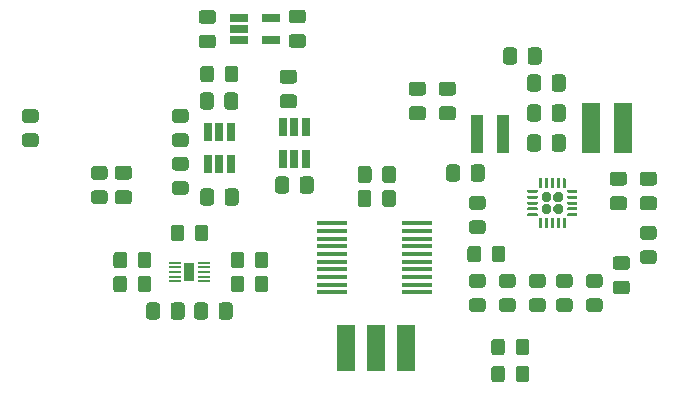
<source format=gbp>
G04 #@! TF.GenerationSoftware,KiCad,Pcbnew,(5.1.6)-1*
G04 #@! TF.CreationDate,2020-12-08T10:00:41+01:00*
G04 #@! TF.ProjectId,Power_module_v1,506f7765-725f-46d6-9f64-756c655f7631,rev?*
G04 #@! TF.SameCoordinates,Original*
G04 #@! TF.FileFunction,Paste,Bot*
G04 #@! TF.FilePolarity,Positive*
%FSLAX46Y46*%
G04 Gerber Fmt 4.6, Leading zero omitted, Abs format (unit mm)*
G04 Created by KiCad (PCBNEW (5.1.6)-1) date 2020-12-08 10:00:41*
%MOMM*%
%LPD*%
G01*
G04 APERTURE LIST*
%ADD10R,1.000000X0.200000*%
%ADD11R,0.900000X1.500000*%
%ADD12R,1.600000X4.300000*%
%ADD13R,1.000000X3.200000*%
%ADD14R,0.650000X1.560000*%
%ADD15R,1.560000X0.650000*%
%ADD16R,2.500000X0.450000*%
%ADD17R,1.524000X4.000000*%
G04 APERTURE END LIST*
G36*
G01*
X107139000Y-92652001D02*
X107139000Y-91751999D01*
G75*
G02*
X107388999Y-91502000I249999J0D01*
G01*
X108039001Y-91502000D01*
G75*
G02*
X108289000Y-91751999I0J-249999D01*
G01*
X108289000Y-92652001D01*
G75*
G02*
X108039001Y-92902000I-249999J0D01*
G01*
X107388999Y-92902000D01*
G75*
G02*
X107139000Y-92652001I0J249999D01*
G01*
G37*
G36*
G01*
X105089000Y-92652001D02*
X105089000Y-91751999D01*
G75*
G02*
X105338999Y-91502000I249999J0D01*
G01*
X105989001Y-91502000D01*
G75*
G02*
X106239000Y-91751999I0J-249999D01*
G01*
X106239000Y-92652001D01*
G75*
G02*
X105989001Y-92902000I-249999J0D01*
G01*
X105338999Y-92902000D01*
G75*
G02*
X105089000Y-92652001I0J249999D01*
G01*
G37*
G36*
G01*
X112219000Y-94938001D02*
X112219000Y-94037999D01*
G75*
G02*
X112468999Y-93788000I249999J0D01*
G01*
X113119001Y-93788000D01*
G75*
G02*
X113369000Y-94037999I0J-249999D01*
G01*
X113369000Y-94938001D01*
G75*
G02*
X113119001Y-95188000I-249999J0D01*
G01*
X112468999Y-95188000D01*
G75*
G02*
X112219000Y-94938001I0J249999D01*
G01*
G37*
G36*
G01*
X110169000Y-94938001D02*
X110169000Y-94037999D01*
G75*
G02*
X110418999Y-93788000I249999J0D01*
G01*
X111069001Y-93788000D01*
G75*
G02*
X111319000Y-94037999I0J-249999D01*
G01*
X111319000Y-94938001D01*
G75*
G02*
X111069001Y-95188000I-249999J0D01*
G01*
X110418999Y-95188000D01*
G75*
G02*
X110169000Y-94938001I0J249999D01*
G01*
G37*
G36*
G01*
X136456000Y-81567000D02*
X136456000Y-82517000D01*
G75*
G02*
X136206000Y-82767000I-250000J0D01*
G01*
X135531000Y-82767000D01*
G75*
G02*
X135281000Y-82517000I0J250000D01*
G01*
X135281000Y-81567000D01*
G75*
G02*
X135531000Y-81317000I250000J0D01*
G01*
X136206000Y-81317000D01*
G75*
G02*
X136456000Y-81567000I0J-250000D01*
G01*
G37*
G36*
G01*
X138531000Y-81567000D02*
X138531000Y-82517000D01*
G75*
G02*
X138281000Y-82767000I-250000J0D01*
G01*
X137606000Y-82767000D01*
G75*
G02*
X137356000Y-82517000I0J250000D01*
G01*
X137356000Y-81567000D01*
G75*
G02*
X137606000Y-81317000I250000J0D01*
G01*
X138281000Y-81317000D01*
G75*
G02*
X138531000Y-81567000I0J-250000D01*
G01*
G37*
G36*
G01*
X142781000Y-96229500D02*
X143731000Y-96229500D01*
G75*
G02*
X143981000Y-96479500I0J-250000D01*
G01*
X143981000Y-97154500D01*
G75*
G02*
X143731000Y-97404500I-250000J0D01*
G01*
X142781000Y-97404500D01*
G75*
G02*
X142531000Y-97154500I0J250000D01*
G01*
X142531000Y-96479500D01*
G75*
G02*
X142781000Y-96229500I250000J0D01*
G01*
G37*
G36*
G01*
X142781000Y-94154500D02*
X143731000Y-94154500D01*
G75*
G02*
X143981000Y-94404500I0J-250000D01*
G01*
X143981000Y-95079500D01*
G75*
G02*
X143731000Y-95329500I-250000J0D01*
G01*
X142781000Y-95329500D01*
G75*
G02*
X142531000Y-95079500I0J250000D01*
G01*
X142531000Y-94404500D01*
G75*
G02*
X142781000Y-94154500I250000J0D01*
G01*
G37*
G36*
G01*
X126459000Y-80576000D02*
X125509000Y-80576000D01*
G75*
G02*
X125259000Y-80326000I0J250000D01*
G01*
X125259000Y-79651000D01*
G75*
G02*
X125509000Y-79401000I250000J0D01*
G01*
X126459000Y-79401000D01*
G75*
G02*
X126709000Y-79651000I0J-250000D01*
G01*
X126709000Y-80326000D01*
G75*
G02*
X126459000Y-80576000I-250000J0D01*
G01*
G37*
G36*
G01*
X126459000Y-82651000D02*
X125509000Y-82651000D01*
G75*
G02*
X125259000Y-82401000I0J250000D01*
G01*
X125259000Y-81726000D01*
G75*
G02*
X125509000Y-81476000I250000J0D01*
G01*
X126459000Y-81476000D01*
G75*
G02*
X126709000Y-81726000I0J-250000D01*
G01*
X126709000Y-82401000D01*
G75*
G02*
X126459000Y-82651000I-250000J0D01*
G01*
G37*
G36*
G01*
X142527000Y-89096000D02*
X143477000Y-89096000D01*
G75*
G02*
X143727000Y-89346000I0J-250000D01*
G01*
X143727000Y-90021000D01*
G75*
G02*
X143477000Y-90271000I-250000J0D01*
G01*
X142527000Y-90271000D01*
G75*
G02*
X142277000Y-90021000I0J250000D01*
G01*
X142277000Y-89346000D01*
G75*
G02*
X142527000Y-89096000I250000J0D01*
G01*
G37*
G36*
G01*
X142527000Y-87021000D02*
X143477000Y-87021000D01*
G75*
G02*
X143727000Y-87271000I0J-250000D01*
G01*
X143727000Y-87946000D01*
G75*
G02*
X143477000Y-88196000I-250000J0D01*
G01*
X142527000Y-88196000D01*
G75*
G02*
X142277000Y-87946000I0J250000D01*
G01*
X142277000Y-87271000D01*
G75*
G02*
X142527000Y-87021000I250000J0D01*
G01*
G37*
G36*
G01*
X136456000Y-84107000D02*
X136456000Y-85057000D01*
G75*
G02*
X136206000Y-85307000I-250000J0D01*
G01*
X135531000Y-85307000D01*
G75*
G02*
X135281000Y-85057000I0J250000D01*
G01*
X135281000Y-84107000D01*
G75*
G02*
X135531000Y-83857000I250000J0D01*
G01*
X136206000Y-83857000D01*
G75*
G02*
X136456000Y-84107000I0J-250000D01*
G01*
G37*
G36*
G01*
X138531000Y-84107000D02*
X138531000Y-85057000D01*
G75*
G02*
X138281000Y-85307000I-250000J0D01*
G01*
X137606000Y-85307000D01*
G75*
G02*
X137356000Y-85057000I0J250000D01*
G01*
X137356000Y-84107000D01*
G75*
G02*
X137606000Y-83857000I250000J0D01*
G01*
X138281000Y-83857000D01*
G75*
G02*
X138531000Y-84107000I0J-250000D01*
G01*
G37*
G36*
G01*
X122996000Y-89756000D02*
X122996000Y-88806000D01*
G75*
G02*
X123246000Y-88556000I250000J0D01*
G01*
X123921000Y-88556000D01*
G75*
G02*
X124171000Y-88806000I0J-250000D01*
G01*
X124171000Y-89756000D01*
G75*
G02*
X123921000Y-90006000I-250000J0D01*
G01*
X123246000Y-90006000D01*
G75*
G02*
X122996000Y-89756000I0J250000D01*
G01*
G37*
G36*
G01*
X120921000Y-89756000D02*
X120921000Y-88806000D01*
G75*
G02*
X121171000Y-88556000I250000J0D01*
G01*
X121846000Y-88556000D01*
G75*
G02*
X122096000Y-88806000I0J-250000D01*
G01*
X122096000Y-89756000D01*
G75*
G02*
X121846000Y-90006000I-250000J0D01*
G01*
X121171000Y-90006000D01*
G75*
G02*
X120921000Y-89756000I0J250000D01*
G01*
G37*
G36*
G01*
X123005000Y-87724000D02*
X123005000Y-86774000D01*
G75*
G02*
X123255000Y-86524000I250000J0D01*
G01*
X123930000Y-86524000D01*
G75*
G02*
X124180000Y-86774000I0J-250000D01*
G01*
X124180000Y-87724000D01*
G75*
G02*
X123930000Y-87974000I-250000J0D01*
G01*
X123255000Y-87974000D01*
G75*
G02*
X123005000Y-87724000I0J250000D01*
G01*
G37*
G36*
G01*
X120930000Y-87724000D02*
X120930000Y-86774000D01*
G75*
G02*
X121180000Y-86524000I250000J0D01*
G01*
X121855000Y-86524000D01*
G75*
G02*
X122105000Y-86774000I0J-250000D01*
G01*
X122105000Y-87724000D01*
G75*
G02*
X121855000Y-87974000I-250000J0D01*
G01*
X121180000Y-87974000D01*
G75*
G02*
X120930000Y-87724000I0J250000D01*
G01*
G37*
G36*
G01*
X109648500Y-81501000D02*
X109648500Y-80551000D01*
G75*
G02*
X109898500Y-80301000I250000J0D01*
G01*
X110573500Y-80301000D01*
G75*
G02*
X110823500Y-80551000I0J-250000D01*
G01*
X110823500Y-81501000D01*
G75*
G02*
X110573500Y-81751000I-250000J0D01*
G01*
X109898500Y-81751000D01*
G75*
G02*
X109648500Y-81501000I0J250000D01*
G01*
G37*
G36*
G01*
X107573500Y-81501000D02*
X107573500Y-80551000D01*
G75*
G02*
X107823500Y-80301000I250000J0D01*
G01*
X108498500Y-80301000D01*
G75*
G02*
X108748500Y-80551000I0J-250000D01*
G01*
X108748500Y-81501000D01*
G75*
G02*
X108498500Y-81751000I-250000J0D01*
G01*
X107823500Y-81751000D01*
G75*
G02*
X107573500Y-81501000I0J250000D01*
G01*
G37*
G36*
G01*
X115537000Y-79560000D02*
X114587000Y-79560000D01*
G75*
G02*
X114337000Y-79310000I0J250000D01*
G01*
X114337000Y-78635000D01*
G75*
G02*
X114587000Y-78385000I250000J0D01*
G01*
X115537000Y-78385000D01*
G75*
G02*
X115787000Y-78635000I0J-250000D01*
G01*
X115787000Y-79310000D01*
G75*
G02*
X115537000Y-79560000I-250000J0D01*
G01*
G37*
G36*
G01*
X115537000Y-81635000D02*
X114587000Y-81635000D01*
G75*
G02*
X114337000Y-81385000I0J250000D01*
G01*
X114337000Y-80710000D01*
G75*
G02*
X114587000Y-80460000I250000J0D01*
G01*
X115537000Y-80460000D01*
G75*
G02*
X115787000Y-80710000I0J-250000D01*
G01*
X115787000Y-81385000D01*
G75*
G02*
X115537000Y-81635000I-250000J0D01*
G01*
G37*
G36*
G01*
X108770000Y-88679000D02*
X108770000Y-89629000D01*
G75*
G02*
X108520000Y-89879000I-250000J0D01*
G01*
X107845000Y-89879000D01*
G75*
G02*
X107595000Y-89629000I0J250000D01*
G01*
X107595000Y-88679000D01*
G75*
G02*
X107845000Y-88429000I250000J0D01*
G01*
X108520000Y-88429000D01*
G75*
G02*
X108770000Y-88679000I0J-250000D01*
G01*
G37*
G36*
G01*
X110845000Y-88679000D02*
X110845000Y-89629000D01*
G75*
G02*
X110595000Y-89879000I-250000J0D01*
G01*
X109920000Y-89879000D01*
G75*
G02*
X109670000Y-89629000I0J250000D01*
G01*
X109670000Y-88679000D01*
G75*
G02*
X109920000Y-88429000I250000J0D01*
G01*
X110595000Y-88429000D01*
G75*
G02*
X110845000Y-88679000I0J-250000D01*
G01*
G37*
G36*
G01*
X101567000Y-87688000D02*
X100617000Y-87688000D01*
G75*
G02*
X100367000Y-87438000I0J250000D01*
G01*
X100367000Y-86763000D01*
G75*
G02*
X100617000Y-86513000I250000J0D01*
G01*
X101567000Y-86513000D01*
G75*
G02*
X101817000Y-86763000I0J-250000D01*
G01*
X101817000Y-87438000D01*
G75*
G02*
X101567000Y-87688000I-250000J0D01*
G01*
G37*
G36*
G01*
X101567000Y-89763000D02*
X100617000Y-89763000D01*
G75*
G02*
X100367000Y-89513000I0J250000D01*
G01*
X100367000Y-88838000D01*
G75*
G02*
X100617000Y-88588000I250000J0D01*
G01*
X101567000Y-88588000D01*
G75*
G02*
X101817000Y-88838000I0J-250000D01*
G01*
X101817000Y-89513000D01*
G75*
G02*
X101567000Y-89763000I-250000J0D01*
G01*
G37*
G36*
G01*
X115120000Y-87663000D02*
X115120000Y-88613000D01*
G75*
G02*
X114870000Y-88863000I-250000J0D01*
G01*
X114195000Y-88863000D01*
G75*
G02*
X113945000Y-88613000I0J250000D01*
G01*
X113945000Y-87663000D01*
G75*
G02*
X114195000Y-87413000I250000J0D01*
G01*
X114870000Y-87413000D01*
G75*
G02*
X115120000Y-87663000I0J-250000D01*
G01*
G37*
G36*
G01*
X117195000Y-87663000D02*
X117195000Y-88613000D01*
G75*
G02*
X116945000Y-88863000I-250000J0D01*
G01*
X116270000Y-88863000D01*
G75*
G02*
X116020000Y-88613000I0J250000D01*
G01*
X116020000Y-87663000D01*
G75*
G02*
X116270000Y-87413000I250000J0D01*
G01*
X116945000Y-87413000D01*
G75*
G02*
X117195000Y-87663000I0J-250000D01*
G01*
G37*
G36*
G01*
X108262000Y-98331000D02*
X108262000Y-99281000D01*
G75*
G02*
X108012000Y-99531000I-250000J0D01*
G01*
X107337000Y-99531000D01*
G75*
G02*
X107087000Y-99281000I0J250000D01*
G01*
X107087000Y-98331000D01*
G75*
G02*
X107337000Y-98081000I250000J0D01*
G01*
X108012000Y-98081000D01*
G75*
G02*
X108262000Y-98331000I0J-250000D01*
G01*
G37*
G36*
G01*
X110337000Y-98331000D02*
X110337000Y-99281000D01*
G75*
G02*
X110087000Y-99531000I-250000J0D01*
G01*
X109412000Y-99531000D01*
G75*
G02*
X109162000Y-99281000I0J250000D01*
G01*
X109162000Y-98331000D01*
G75*
G02*
X109412000Y-98081000I250000J0D01*
G01*
X110087000Y-98081000D01*
G75*
G02*
X110337000Y-98331000I0J-250000D01*
G01*
G37*
G36*
G01*
X116299000Y-74458500D02*
X115349000Y-74458500D01*
G75*
G02*
X115099000Y-74208500I0J250000D01*
G01*
X115099000Y-73533500D01*
G75*
G02*
X115349000Y-73283500I250000J0D01*
G01*
X116299000Y-73283500D01*
G75*
G02*
X116549000Y-73533500I0J-250000D01*
G01*
X116549000Y-74208500D01*
G75*
G02*
X116299000Y-74458500I-250000J0D01*
G01*
G37*
G36*
G01*
X116299000Y-76533500D02*
X115349000Y-76533500D01*
G75*
G02*
X115099000Y-76283500I0J250000D01*
G01*
X115099000Y-75608500D01*
G75*
G02*
X115349000Y-75358500I250000J0D01*
G01*
X116299000Y-75358500D01*
G75*
G02*
X116549000Y-75608500I0J-250000D01*
G01*
X116549000Y-76283500D01*
G75*
G02*
X116299000Y-76533500I-250000J0D01*
G01*
G37*
G36*
G01*
X107729000Y-75401500D02*
X108679000Y-75401500D01*
G75*
G02*
X108929000Y-75651500I0J-250000D01*
G01*
X108929000Y-76326500D01*
G75*
G02*
X108679000Y-76576500I-250000J0D01*
G01*
X107729000Y-76576500D01*
G75*
G02*
X107479000Y-76326500I0J250000D01*
G01*
X107479000Y-75651500D01*
G75*
G02*
X107729000Y-75401500I250000J0D01*
G01*
G37*
G36*
G01*
X107729000Y-73326500D02*
X108679000Y-73326500D01*
G75*
G02*
X108929000Y-73576500I0J-250000D01*
G01*
X108929000Y-74251500D01*
G75*
G02*
X108679000Y-74501500I-250000J0D01*
G01*
X107729000Y-74501500D01*
G75*
G02*
X107479000Y-74251500I0J250000D01*
G01*
X107479000Y-73576500D01*
G75*
G02*
X107729000Y-73326500I250000J0D01*
G01*
G37*
G36*
G01*
X105098000Y-99281000D02*
X105098000Y-98331000D01*
G75*
G02*
X105348000Y-98081000I250000J0D01*
G01*
X106023000Y-98081000D01*
G75*
G02*
X106273000Y-98331000I0J-250000D01*
G01*
X106273000Y-99281000D01*
G75*
G02*
X106023000Y-99531000I-250000J0D01*
G01*
X105348000Y-99531000D01*
G75*
G02*
X105098000Y-99281000I0J250000D01*
G01*
G37*
G36*
G01*
X103023000Y-99281000D02*
X103023000Y-98331000D01*
G75*
G02*
X103273000Y-98081000I250000J0D01*
G01*
X103948000Y-98081000D01*
G75*
G02*
X104198000Y-98331000I0J-250000D01*
G01*
X104198000Y-99281000D01*
G75*
G02*
X103948000Y-99531000I-250000J0D01*
G01*
X103273000Y-99531000D01*
G75*
G02*
X103023000Y-99281000I0J250000D01*
G01*
G37*
G36*
G01*
X128423000Y-87597000D02*
X128423000Y-86647000D01*
G75*
G02*
X128673000Y-86397000I250000J0D01*
G01*
X129348000Y-86397000D01*
G75*
G02*
X129598000Y-86647000I0J-250000D01*
G01*
X129598000Y-87597000D01*
G75*
G02*
X129348000Y-87847000I-250000J0D01*
G01*
X128673000Y-87847000D01*
G75*
G02*
X128423000Y-87597000I0J250000D01*
G01*
G37*
G36*
G01*
X130498000Y-87597000D02*
X130498000Y-86647000D01*
G75*
G02*
X130748000Y-86397000I250000J0D01*
G01*
X131423000Y-86397000D01*
G75*
G02*
X131673000Y-86647000I0J-250000D01*
G01*
X131673000Y-87597000D01*
G75*
G02*
X131423000Y-87847000I-250000J0D01*
G01*
X130748000Y-87847000D01*
G75*
G02*
X130498000Y-87597000I0J250000D01*
G01*
G37*
G36*
G01*
X145067000Y-87021000D02*
X146017000Y-87021000D01*
G75*
G02*
X146267000Y-87271000I0J-250000D01*
G01*
X146267000Y-87946000D01*
G75*
G02*
X146017000Y-88196000I-250000J0D01*
G01*
X145067000Y-88196000D01*
G75*
G02*
X144817000Y-87946000I0J250000D01*
G01*
X144817000Y-87271000D01*
G75*
G02*
X145067000Y-87021000I250000J0D01*
G01*
G37*
G36*
G01*
X145067000Y-89096000D02*
X146017000Y-89096000D01*
G75*
G02*
X146267000Y-89346000I0J-250000D01*
G01*
X146267000Y-90021000D01*
G75*
G02*
X146017000Y-90271000I-250000J0D01*
G01*
X145067000Y-90271000D01*
G75*
G02*
X144817000Y-90021000I0J250000D01*
G01*
X144817000Y-89346000D01*
G75*
G02*
X145067000Y-89096000I250000J0D01*
G01*
G37*
G36*
G01*
X136456000Y-79027000D02*
X136456000Y-79977000D01*
G75*
G02*
X136206000Y-80227000I-250000J0D01*
G01*
X135531000Y-80227000D01*
G75*
G02*
X135281000Y-79977000I0J250000D01*
G01*
X135281000Y-79027000D01*
G75*
G02*
X135531000Y-78777000I250000J0D01*
G01*
X136206000Y-78777000D01*
G75*
G02*
X136456000Y-79027000I0J-250000D01*
G01*
G37*
G36*
G01*
X138531000Y-79027000D02*
X138531000Y-79977000D01*
G75*
G02*
X138281000Y-80227000I-250000J0D01*
G01*
X137606000Y-80227000D01*
G75*
G02*
X137356000Y-79977000I0J250000D01*
G01*
X137356000Y-79027000D01*
G75*
G02*
X137606000Y-78777000I250000J0D01*
G01*
X138281000Y-78777000D01*
G75*
G02*
X138531000Y-79027000I0J-250000D01*
G01*
G37*
G36*
G01*
X135324000Y-77691000D02*
X135324000Y-76741000D01*
G75*
G02*
X135574000Y-76491000I250000J0D01*
G01*
X136249000Y-76491000D01*
G75*
G02*
X136499000Y-76741000I0J-250000D01*
G01*
X136499000Y-77691000D01*
G75*
G02*
X136249000Y-77941000I-250000J0D01*
G01*
X135574000Y-77941000D01*
G75*
G02*
X135324000Y-77691000I0J250000D01*
G01*
G37*
G36*
G01*
X133249000Y-77691000D02*
X133249000Y-76741000D01*
G75*
G02*
X133499000Y-76491000I250000J0D01*
G01*
X134174000Y-76491000D01*
G75*
G02*
X134424000Y-76741000I0J-250000D01*
G01*
X134424000Y-77691000D01*
G75*
G02*
X134174000Y-77941000I-250000J0D01*
G01*
X133499000Y-77941000D01*
G75*
G02*
X133249000Y-77691000I0J250000D01*
G01*
G37*
G36*
G01*
X128999000Y-80576000D02*
X128049000Y-80576000D01*
G75*
G02*
X127799000Y-80326000I0J250000D01*
G01*
X127799000Y-79651000D01*
G75*
G02*
X128049000Y-79401000I250000J0D01*
G01*
X128999000Y-79401000D01*
G75*
G02*
X129249000Y-79651000I0J-250000D01*
G01*
X129249000Y-80326000D01*
G75*
G02*
X128999000Y-80576000I-250000J0D01*
G01*
G37*
G36*
G01*
X128999000Y-82651000D02*
X128049000Y-82651000D01*
G75*
G02*
X127799000Y-82401000I0J250000D01*
G01*
X127799000Y-81726000D01*
G75*
G02*
X128049000Y-81476000I250000J0D01*
G01*
X128999000Y-81476000D01*
G75*
G02*
X129249000Y-81726000I0J-250000D01*
G01*
X129249000Y-82401000D01*
G75*
G02*
X128999000Y-82651000I-250000J0D01*
G01*
G37*
D10*
X105430000Y-96304000D03*
X105430000Y-95904000D03*
X105430000Y-95504000D03*
X105430000Y-95104000D03*
X105430000Y-94704000D03*
X107930000Y-94704000D03*
X107930000Y-95104000D03*
X107930000Y-95504000D03*
X107930000Y-95904000D03*
X107930000Y-96304000D03*
D11*
X106680000Y-95504000D03*
D12*
X140716000Y-83312000D03*
X143416000Y-83312000D03*
D13*
X131064000Y-83820000D03*
X133264000Y-83820000D03*
G36*
G01*
X145091999Y-91618000D02*
X145992001Y-91618000D01*
G75*
G02*
X146242000Y-91867999I0J-249999D01*
G01*
X146242000Y-92518001D01*
G75*
G02*
X145992001Y-92768000I-249999J0D01*
G01*
X145091999Y-92768000D01*
G75*
G02*
X144842000Y-92518001I0J249999D01*
G01*
X144842000Y-91867999D01*
G75*
G02*
X145091999Y-91618000I249999J0D01*
G01*
G37*
G36*
G01*
X145091999Y-93668000D02*
X145992001Y-93668000D01*
G75*
G02*
X146242000Y-93917999I0J-249999D01*
G01*
X146242000Y-94568001D01*
G75*
G02*
X145992001Y-94818000I-249999J0D01*
G01*
X145091999Y-94818000D01*
G75*
G02*
X144842000Y-94568001I0J249999D01*
G01*
X144842000Y-93917999D01*
G75*
G02*
X145091999Y-93668000I249999J0D01*
G01*
G37*
G36*
G01*
X101395000Y-96069999D02*
X101395000Y-96970001D01*
G75*
G02*
X101145001Y-97220000I-249999J0D01*
G01*
X100494999Y-97220000D01*
G75*
G02*
X100245000Y-96970001I0J249999D01*
G01*
X100245000Y-96069999D01*
G75*
G02*
X100494999Y-95820000I249999J0D01*
G01*
X101145001Y-95820000D01*
G75*
G02*
X101395000Y-96069999I0J-249999D01*
G01*
G37*
G36*
G01*
X103445000Y-96069999D02*
X103445000Y-96970001D01*
G75*
G02*
X103195001Y-97220000I-249999J0D01*
G01*
X102544999Y-97220000D01*
G75*
G02*
X102295000Y-96970001I0J249999D01*
G01*
X102295000Y-96069999D01*
G75*
G02*
X102544999Y-95820000I249999J0D01*
G01*
X103195001Y-95820000D01*
G75*
G02*
X103445000Y-96069999I0J-249999D01*
G01*
G37*
G36*
G01*
X103454000Y-94037999D02*
X103454000Y-94938001D01*
G75*
G02*
X103204001Y-95188000I-249999J0D01*
G01*
X102553999Y-95188000D01*
G75*
G02*
X102304000Y-94938001I0J249999D01*
G01*
X102304000Y-94037999D01*
G75*
G02*
X102553999Y-93788000I249999J0D01*
G01*
X103204001Y-93788000D01*
G75*
G02*
X103454000Y-94037999I0J-249999D01*
G01*
G37*
G36*
G01*
X101404000Y-94037999D02*
X101404000Y-94938001D01*
G75*
G02*
X101154001Y-95188000I-249999J0D01*
G01*
X100503999Y-95188000D01*
G75*
G02*
X100254000Y-94938001I0J249999D01*
G01*
X100254000Y-94037999D01*
G75*
G02*
X100503999Y-93788000I249999J0D01*
G01*
X101154001Y-93788000D01*
G75*
G02*
X101404000Y-94037999I0J-249999D01*
G01*
G37*
G36*
G01*
X110169000Y-96970001D02*
X110169000Y-96069999D01*
G75*
G02*
X110418999Y-95820000I249999J0D01*
G01*
X111069001Y-95820000D01*
G75*
G02*
X111319000Y-96069999I0J-249999D01*
G01*
X111319000Y-96970001D01*
G75*
G02*
X111069001Y-97220000I-249999J0D01*
G01*
X110418999Y-97220000D01*
G75*
G02*
X110169000Y-96970001I0J249999D01*
G01*
G37*
G36*
G01*
X112219000Y-96970001D02*
X112219000Y-96069999D01*
G75*
G02*
X112468999Y-95820000I249999J0D01*
G01*
X113119001Y-95820000D01*
G75*
G02*
X113369000Y-96069999I0J-249999D01*
G01*
X113369000Y-96970001D01*
G75*
G02*
X113119001Y-97220000I-249999J0D01*
G01*
X112468999Y-97220000D01*
G75*
G02*
X112219000Y-96970001I0J249999D01*
G01*
G37*
G36*
G01*
X99510001Y-89738000D02*
X98609999Y-89738000D01*
G75*
G02*
X98360000Y-89488001I0J249999D01*
G01*
X98360000Y-88837999D01*
G75*
G02*
X98609999Y-88588000I249999J0D01*
G01*
X99510001Y-88588000D01*
G75*
G02*
X99760000Y-88837999I0J-249999D01*
G01*
X99760000Y-89488001D01*
G75*
G02*
X99510001Y-89738000I-249999J0D01*
G01*
G37*
G36*
G01*
X99510001Y-87688000D02*
X98609999Y-87688000D01*
G75*
G02*
X98360000Y-87438001I0J249999D01*
G01*
X98360000Y-86787999D01*
G75*
G02*
X98609999Y-86538000I249999J0D01*
G01*
X99510001Y-86538000D01*
G75*
G02*
X99760000Y-86787999I0J-249999D01*
G01*
X99760000Y-87438001D01*
G75*
G02*
X99510001Y-87688000I-249999J0D01*
G01*
G37*
G36*
G01*
X106368001Y-86917000D02*
X105467999Y-86917000D01*
G75*
G02*
X105218000Y-86667001I0J249999D01*
G01*
X105218000Y-86016999D01*
G75*
G02*
X105467999Y-85767000I249999J0D01*
G01*
X106368001Y-85767000D01*
G75*
G02*
X106618000Y-86016999I0J-249999D01*
G01*
X106618000Y-86667001D01*
G75*
G02*
X106368001Y-86917000I-249999J0D01*
G01*
G37*
G36*
G01*
X106368001Y-88967000D02*
X105467999Y-88967000D01*
G75*
G02*
X105218000Y-88717001I0J249999D01*
G01*
X105218000Y-88066999D01*
G75*
G02*
X105467999Y-87817000I249999J0D01*
G01*
X106368001Y-87817000D01*
G75*
G02*
X106618000Y-88066999I0J-249999D01*
G01*
X106618000Y-88717001D01*
G75*
G02*
X106368001Y-88967000I-249999J0D01*
G01*
G37*
G36*
G01*
X106368001Y-84912000D02*
X105467999Y-84912000D01*
G75*
G02*
X105218000Y-84662001I0J249999D01*
G01*
X105218000Y-84011999D01*
G75*
G02*
X105467999Y-83762000I249999J0D01*
G01*
X106368001Y-83762000D01*
G75*
G02*
X106618000Y-84011999I0J-249999D01*
G01*
X106618000Y-84662001D01*
G75*
G02*
X106368001Y-84912000I-249999J0D01*
G01*
G37*
G36*
G01*
X106368001Y-82862000D02*
X105467999Y-82862000D01*
G75*
G02*
X105218000Y-82612001I0J249999D01*
G01*
X105218000Y-81961999D01*
G75*
G02*
X105467999Y-81712000I249999J0D01*
G01*
X106368001Y-81712000D01*
G75*
G02*
X106618000Y-81961999I0J-249999D01*
G01*
X106618000Y-82612001D01*
G75*
G02*
X106368001Y-82862000I-249999J0D01*
G01*
G37*
G36*
G01*
X92767999Y-83771000D02*
X93668001Y-83771000D01*
G75*
G02*
X93918000Y-84020999I0J-249999D01*
G01*
X93918000Y-84671001D01*
G75*
G02*
X93668001Y-84921000I-249999J0D01*
G01*
X92767999Y-84921000D01*
G75*
G02*
X92518000Y-84671001I0J249999D01*
G01*
X92518000Y-84020999D01*
G75*
G02*
X92767999Y-83771000I249999J0D01*
G01*
G37*
G36*
G01*
X92767999Y-81721000D02*
X93668001Y-81721000D01*
G75*
G02*
X93918000Y-81970999I0J-249999D01*
G01*
X93918000Y-82621001D01*
G75*
G02*
X93668001Y-82871000I-249999J0D01*
G01*
X92767999Y-82871000D01*
G75*
G02*
X92518000Y-82621001I0J249999D01*
G01*
X92518000Y-81970999D01*
G75*
G02*
X92767999Y-81721000I249999J0D01*
G01*
G37*
G36*
G01*
X133399000Y-103689999D02*
X133399000Y-104590001D01*
G75*
G02*
X133149001Y-104840000I-249999J0D01*
G01*
X132498999Y-104840000D01*
G75*
G02*
X132249000Y-104590001I0J249999D01*
G01*
X132249000Y-103689999D01*
G75*
G02*
X132498999Y-103440000I249999J0D01*
G01*
X133149001Y-103440000D01*
G75*
G02*
X133399000Y-103689999I0J-249999D01*
G01*
G37*
G36*
G01*
X135449000Y-103689999D02*
X135449000Y-104590001D01*
G75*
G02*
X135199001Y-104840000I-249999J0D01*
G01*
X134548999Y-104840000D01*
G75*
G02*
X134299000Y-104590001I0J249999D01*
G01*
X134299000Y-103689999D01*
G75*
G02*
X134548999Y-103440000I249999J0D01*
G01*
X135199001Y-103440000D01*
G75*
G02*
X135449000Y-103689999I0J-249999D01*
G01*
G37*
G36*
G01*
X135449000Y-101403999D02*
X135449000Y-102304001D01*
G75*
G02*
X135199001Y-102554000I-249999J0D01*
G01*
X134548999Y-102554000D01*
G75*
G02*
X134299000Y-102304001I0J249999D01*
G01*
X134299000Y-101403999D01*
G75*
G02*
X134548999Y-101154000I249999J0D01*
G01*
X135199001Y-101154000D01*
G75*
G02*
X135449000Y-101403999I0J-249999D01*
G01*
G37*
G36*
G01*
X133399000Y-101403999D02*
X133399000Y-102304001D01*
G75*
G02*
X133149001Y-102554000I-249999J0D01*
G01*
X132498999Y-102554000D01*
G75*
G02*
X132249000Y-102304001I0J249999D01*
G01*
X132249000Y-101403999D01*
G75*
G02*
X132498999Y-101154000I249999J0D01*
G01*
X133149001Y-101154000D01*
G75*
G02*
X133399000Y-101403999I0J-249999D01*
G01*
G37*
G36*
G01*
X136594001Y-96832000D02*
X135693999Y-96832000D01*
G75*
G02*
X135444000Y-96582001I0J249999D01*
G01*
X135444000Y-95931999D01*
G75*
G02*
X135693999Y-95682000I249999J0D01*
G01*
X136594001Y-95682000D01*
G75*
G02*
X136844000Y-95931999I0J-249999D01*
G01*
X136844000Y-96582001D01*
G75*
G02*
X136594001Y-96832000I-249999J0D01*
G01*
G37*
G36*
G01*
X136594001Y-98882000D02*
X135693999Y-98882000D01*
G75*
G02*
X135444000Y-98632001I0J249999D01*
G01*
X135444000Y-97981999D01*
G75*
G02*
X135693999Y-97732000I249999J0D01*
G01*
X136594001Y-97732000D01*
G75*
G02*
X136844000Y-97981999I0J-249999D01*
G01*
X136844000Y-98632001D01*
G75*
G02*
X136594001Y-98882000I-249999J0D01*
G01*
G37*
G36*
G01*
X134054001Y-98882000D02*
X133153999Y-98882000D01*
G75*
G02*
X132904000Y-98632001I0J249999D01*
G01*
X132904000Y-97981999D01*
G75*
G02*
X133153999Y-97732000I249999J0D01*
G01*
X134054001Y-97732000D01*
G75*
G02*
X134304000Y-97981999I0J-249999D01*
G01*
X134304000Y-98632001D01*
G75*
G02*
X134054001Y-98882000I-249999J0D01*
G01*
G37*
G36*
G01*
X134054001Y-96832000D02*
X133153999Y-96832000D01*
G75*
G02*
X132904000Y-96582001I0J249999D01*
G01*
X132904000Y-95931999D01*
G75*
G02*
X133153999Y-95682000I249999J0D01*
G01*
X134054001Y-95682000D01*
G75*
G02*
X134304000Y-95931999I0J-249999D01*
G01*
X134304000Y-96582001D01*
G75*
G02*
X134054001Y-96832000I-249999J0D01*
G01*
G37*
G36*
G01*
X130613999Y-97732000D02*
X131514001Y-97732000D01*
G75*
G02*
X131764000Y-97981999I0J-249999D01*
G01*
X131764000Y-98632001D01*
G75*
G02*
X131514001Y-98882000I-249999J0D01*
G01*
X130613999Y-98882000D01*
G75*
G02*
X130364000Y-98632001I0J249999D01*
G01*
X130364000Y-97981999D01*
G75*
G02*
X130613999Y-97732000I249999J0D01*
G01*
G37*
G36*
G01*
X130613999Y-95682000D02*
X131514001Y-95682000D01*
G75*
G02*
X131764000Y-95931999I0J-249999D01*
G01*
X131764000Y-96582001D01*
G75*
G02*
X131514001Y-96832000I-249999J0D01*
G01*
X130613999Y-96832000D01*
G75*
G02*
X130364000Y-96582001I0J249999D01*
G01*
X130364000Y-95931999D01*
G75*
G02*
X130613999Y-95682000I249999J0D01*
G01*
G37*
G36*
G01*
X133426000Y-93529999D02*
X133426000Y-94430001D01*
G75*
G02*
X133176001Y-94680000I-249999J0D01*
G01*
X132525999Y-94680000D01*
G75*
G02*
X132276000Y-94430001I0J249999D01*
G01*
X132276000Y-93529999D01*
G75*
G02*
X132525999Y-93280000I249999J0D01*
G01*
X133176001Y-93280000D01*
G75*
G02*
X133426000Y-93529999I0J-249999D01*
G01*
G37*
G36*
G01*
X131376000Y-93529999D02*
X131376000Y-94430001D01*
G75*
G02*
X131126001Y-94680000I-249999J0D01*
G01*
X130475999Y-94680000D01*
G75*
G02*
X130226000Y-94430001I0J249999D01*
G01*
X130226000Y-93529999D01*
G75*
G02*
X130475999Y-93280000I249999J0D01*
G01*
X131126001Y-93280000D01*
G75*
G02*
X131376000Y-93529999I0J-249999D01*
G01*
G37*
G36*
G01*
X131514001Y-90228000D02*
X130613999Y-90228000D01*
G75*
G02*
X130364000Y-89978001I0J249999D01*
G01*
X130364000Y-89327999D01*
G75*
G02*
X130613999Y-89078000I249999J0D01*
G01*
X131514001Y-89078000D01*
G75*
G02*
X131764000Y-89327999I0J-249999D01*
G01*
X131764000Y-89978001D01*
G75*
G02*
X131514001Y-90228000I-249999J0D01*
G01*
G37*
G36*
G01*
X131514001Y-92278000D02*
X130613999Y-92278000D01*
G75*
G02*
X130364000Y-92028001I0J249999D01*
G01*
X130364000Y-91377999D01*
G75*
G02*
X130613999Y-91128000I249999J0D01*
G01*
X131514001Y-91128000D01*
G75*
G02*
X131764000Y-91377999I0J-249999D01*
G01*
X131764000Y-92028001D01*
G75*
G02*
X131514001Y-92278000I-249999J0D01*
G01*
G37*
G36*
G01*
X138880001Y-96832000D02*
X137979999Y-96832000D01*
G75*
G02*
X137730000Y-96582001I0J249999D01*
G01*
X137730000Y-95931999D01*
G75*
G02*
X137979999Y-95682000I249999J0D01*
G01*
X138880001Y-95682000D01*
G75*
G02*
X139130000Y-95931999I0J-249999D01*
G01*
X139130000Y-96582001D01*
G75*
G02*
X138880001Y-96832000I-249999J0D01*
G01*
G37*
G36*
G01*
X138880001Y-98882000D02*
X137979999Y-98882000D01*
G75*
G02*
X137730000Y-98632001I0J249999D01*
G01*
X137730000Y-97981999D01*
G75*
G02*
X137979999Y-97732000I249999J0D01*
G01*
X138880001Y-97732000D01*
G75*
G02*
X139130000Y-97981999I0J-249999D01*
G01*
X139130000Y-98632001D01*
G75*
G02*
X138880001Y-98882000I-249999J0D01*
G01*
G37*
G36*
G01*
X140519999Y-95682000D02*
X141420001Y-95682000D01*
G75*
G02*
X141670000Y-95931999I0J-249999D01*
G01*
X141670000Y-96582001D01*
G75*
G02*
X141420001Y-96832000I-249999J0D01*
G01*
X140519999Y-96832000D01*
G75*
G02*
X140270000Y-96582001I0J249999D01*
G01*
X140270000Y-95931999D01*
G75*
G02*
X140519999Y-95682000I249999J0D01*
G01*
G37*
G36*
G01*
X140519999Y-97732000D02*
X141420001Y-97732000D01*
G75*
G02*
X141670000Y-97981999I0J-249999D01*
G01*
X141670000Y-98632001D01*
G75*
G02*
X141420001Y-98882000I-249999J0D01*
G01*
X140519999Y-98882000D01*
G75*
G02*
X140270000Y-98632001I0J249999D01*
G01*
X140270000Y-97981999D01*
G75*
G02*
X140519999Y-97732000I249999J0D01*
G01*
G37*
D14*
X109220000Y-83660000D03*
X110170000Y-83660000D03*
X108270000Y-83660000D03*
X108270000Y-86360000D03*
X109220000Y-86360000D03*
X110170000Y-86360000D03*
G36*
G01*
X138539000Y-87599500D02*
X138539000Y-88349500D01*
G75*
G02*
X138476500Y-88412000I-62500J0D01*
G01*
X138351500Y-88412000D01*
G75*
G02*
X138289000Y-88349500I0J62500D01*
G01*
X138289000Y-87599500D01*
G75*
G02*
X138351500Y-87537000I62500J0D01*
G01*
X138476500Y-87537000D01*
G75*
G02*
X138539000Y-87599500I0J-62500D01*
G01*
G37*
G36*
G01*
X138039000Y-87599500D02*
X138039000Y-88349500D01*
G75*
G02*
X137976500Y-88412000I-62500J0D01*
G01*
X137851500Y-88412000D01*
G75*
G02*
X137789000Y-88349500I0J62500D01*
G01*
X137789000Y-87599500D01*
G75*
G02*
X137851500Y-87537000I62500J0D01*
G01*
X137976500Y-87537000D01*
G75*
G02*
X138039000Y-87599500I0J-62500D01*
G01*
G37*
G36*
G01*
X137539000Y-87599500D02*
X137539000Y-88349500D01*
G75*
G02*
X137476500Y-88412000I-62500J0D01*
G01*
X137351500Y-88412000D01*
G75*
G02*
X137289000Y-88349500I0J62500D01*
G01*
X137289000Y-87599500D01*
G75*
G02*
X137351500Y-87537000I62500J0D01*
G01*
X137476500Y-87537000D01*
G75*
G02*
X137539000Y-87599500I0J-62500D01*
G01*
G37*
G36*
G01*
X137039000Y-87599500D02*
X137039000Y-88349500D01*
G75*
G02*
X136976500Y-88412000I-62500J0D01*
G01*
X136851500Y-88412000D01*
G75*
G02*
X136789000Y-88349500I0J62500D01*
G01*
X136789000Y-87599500D01*
G75*
G02*
X136851500Y-87537000I62500J0D01*
G01*
X136976500Y-87537000D01*
G75*
G02*
X137039000Y-87599500I0J-62500D01*
G01*
G37*
G36*
G01*
X136539000Y-87599500D02*
X136539000Y-88349500D01*
G75*
G02*
X136476500Y-88412000I-62500J0D01*
G01*
X136351500Y-88412000D01*
G75*
G02*
X136289000Y-88349500I0J62500D01*
G01*
X136289000Y-87599500D01*
G75*
G02*
X136351500Y-87537000I62500J0D01*
G01*
X136476500Y-87537000D01*
G75*
G02*
X136539000Y-87599500I0J-62500D01*
G01*
G37*
G36*
G01*
X136164000Y-88599500D02*
X136164000Y-88724500D01*
G75*
G02*
X136101500Y-88787000I-62500J0D01*
G01*
X135351500Y-88787000D01*
G75*
G02*
X135289000Y-88724500I0J62500D01*
G01*
X135289000Y-88599500D01*
G75*
G02*
X135351500Y-88537000I62500J0D01*
G01*
X136101500Y-88537000D01*
G75*
G02*
X136164000Y-88599500I0J-62500D01*
G01*
G37*
G36*
G01*
X136164000Y-89099500D02*
X136164000Y-89224500D01*
G75*
G02*
X136101500Y-89287000I-62500J0D01*
G01*
X135351500Y-89287000D01*
G75*
G02*
X135289000Y-89224500I0J62500D01*
G01*
X135289000Y-89099500D01*
G75*
G02*
X135351500Y-89037000I62500J0D01*
G01*
X136101500Y-89037000D01*
G75*
G02*
X136164000Y-89099500I0J-62500D01*
G01*
G37*
G36*
G01*
X136164000Y-89599500D02*
X136164000Y-89724500D01*
G75*
G02*
X136101500Y-89787000I-62500J0D01*
G01*
X135351500Y-89787000D01*
G75*
G02*
X135289000Y-89724500I0J62500D01*
G01*
X135289000Y-89599500D01*
G75*
G02*
X135351500Y-89537000I62500J0D01*
G01*
X136101500Y-89537000D01*
G75*
G02*
X136164000Y-89599500I0J-62500D01*
G01*
G37*
G36*
G01*
X136164000Y-90099500D02*
X136164000Y-90224500D01*
G75*
G02*
X136101500Y-90287000I-62500J0D01*
G01*
X135351500Y-90287000D01*
G75*
G02*
X135289000Y-90224500I0J62500D01*
G01*
X135289000Y-90099500D01*
G75*
G02*
X135351500Y-90037000I62500J0D01*
G01*
X136101500Y-90037000D01*
G75*
G02*
X136164000Y-90099500I0J-62500D01*
G01*
G37*
G36*
G01*
X136164000Y-90599500D02*
X136164000Y-90724500D01*
G75*
G02*
X136101500Y-90787000I-62500J0D01*
G01*
X135351500Y-90787000D01*
G75*
G02*
X135289000Y-90724500I0J62500D01*
G01*
X135289000Y-90599500D01*
G75*
G02*
X135351500Y-90537000I62500J0D01*
G01*
X136101500Y-90537000D01*
G75*
G02*
X136164000Y-90599500I0J-62500D01*
G01*
G37*
G36*
G01*
X136539000Y-90974500D02*
X136539000Y-91724500D01*
G75*
G02*
X136476500Y-91787000I-62500J0D01*
G01*
X136351500Y-91787000D01*
G75*
G02*
X136289000Y-91724500I0J62500D01*
G01*
X136289000Y-90974500D01*
G75*
G02*
X136351500Y-90912000I62500J0D01*
G01*
X136476500Y-90912000D01*
G75*
G02*
X136539000Y-90974500I0J-62500D01*
G01*
G37*
G36*
G01*
X137039000Y-90974500D02*
X137039000Y-91724500D01*
G75*
G02*
X136976500Y-91787000I-62500J0D01*
G01*
X136851500Y-91787000D01*
G75*
G02*
X136789000Y-91724500I0J62500D01*
G01*
X136789000Y-90974500D01*
G75*
G02*
X136851500Y-90912000I62500J0D01*
G01*
X136976500Y-90912000D01*
G75*
G02*
X137039000Y-90974500I0J-62500D01*
G01*
G37*
G36*
G01*
X137539000Y-90974500D02*
X137539000Y-91724500D01*
G75*
G02*
X137476500Y-91787000I-62500J0D01*
G01*
X137351500Y-91787000D01*
G75*
G02*
X137289000Y-91724500I0J62500D01*
G01*
X137289000Y-90974500D01*
G75*
G02*
X137351500Y-90912000I62500J0D01*
G01*
X137476500Y-90912000D01*
G75*
G02*
X137539000Y-90974500I0J-62500D01*
G01*
G37*
G36*
G01*
X138039000Y-90974500D02*
X138039000Y-91724500D01*
G75*
G02*
X137976500Y-91787000I-62500J0D01*
G01*
X137851500Y-91787000D01*
G75*
G02*
X137789000Y-91724500I0J62500D01*
G01*
X137789000Y-90974500D01*
G75*
G02*
X137851500Y-90912000I62500J0D01*
G01*
X137976500Y-90912000D01*
G75*
G02*
X138039000Y-90974500I0J-62500D01*
G01*
G37*
G36*
G01*
X138539000Y-90974500D02*
X138539000Y-91724500D01*
G75*
G02*
X138476500Y-91787000I-62500J0D01*
G01*
X138351500Y-91787000D01*
G75*
G02*
X138289000Y-91724500I0J62500D01*
G01*
X138289000Y-90974500D01*
G75*
G02*
X138351500Y-90912000I62500J0D01*
G01*
X138476500Y-90912000D01*
G75*
G02*
X138539000Y-90974500I0J-62500D01*
G01*
G37*
G36*
G01*
X139539000Y-90599500D02*
X139539000Y-90724500D01*
G75*
G02*
X139476500Y-90787000I-62500J0D01*
G01*
X138726500Y-90787000D01*
G75*
G02*
X138664000Y-90724500I0J62500D01*
G01*
X138664000Y-90599500D01*
G75*
G02*
X138726500Y-90537000I62500J0D01*
G01*
X139476500Y-90537000D01*
G75*
G02*
X139539000Y-90599500I0J-62500D01*
G01*
G37*
G36*
G01*
X139539000Y-90099500D02*
X139539000Y-90224500D01*
G75*
G02*
X139476500Y-90287000I-62500J0D01*
G01*
X138726500Y-90287000D01*
G75*
G02*
X138664000Y-90224500I0J62500D01*
G01*
X138664000Y-90099500D01*
G75*
G02*
X138726500Y-90037000I62500J0D01*
G01*
X139476500Y-90037000D01*
G75*
G02*
X139539000Y-90099500I0J-62500D01*
G01*
G37*
G36*
G01*
X139539000Y-89599500D02*
X139539000Y-89724500D01*
G75*
G02*
X139476500Y-89787000I-62500J0D01*
G01*
X138726500Y-89787000D01*
G75*
G02*
X138664000Y-89724500I0J62500D01*
G01*
X138664000Y-89599500D01*
G75*
G02*
X138726500Y-89537000I62500J0D01*
G01*
X139476500Y-89537000D01*
G75*
G02*
X139539000Y-89599500I0J-62500D01*
G01*
G37*
G36*
G01*
X139539000Y-89099500D02*
X139539000Y-89224500D01*
G75*
G02*
X139476500Y-89287000I-62500J0D01*
G01*
X138726500Y-89287000D01*
G75*
G02*
X138664000Y-89224500I0J62500D01*
G01*
X138664000Y-89099500D01*
G75*
G02*
X138726500Y-89037000I62500J0D01*
G01*
X139476500Y-89037000D01*
G75*
G02*
X139539000Y-89099500I0J-62500D01*
G01*
G37*
G36*
G01*
X139539000Y-88599500D02*
X139539000Y-88724500D01*
G75*
G02*
X139476500Y-88787000I-62500J0D01*
G01*
X138726500Y-88787000D01*
G75*
G02*
X138664000Y-88724500I0J62500D01*
G01*
X138664000Y-88599500D01*
G75*
G02*
X138726500Y-88537000I62500J0D01*
G01*
X139476500Y-88537000D01*
G75*
G02*
X139539000Y-88599500I0J-62500D01*
G01*
G37*
G36*
G01*
X137319000Y-89959500D02*
X137319000Y-90364500D01*
G75*
G02*
X137116500Y-90567000I-202500J0D01*
G01*
X136711500Y-90567000D01*
G75*
G02*
X136509000Y-90364500I0J202500D01*
G01*
X136509000Y-89959500D01*
G75*
G02*
X136711500Y-89757000I202500J0D01*
G01*
X137116500Y-89757000D01*
G75*
G02*
X137319000Y-89959500I0J-202500D01*
G01*
G37*
G36*
G01*
X137319000Y-88959500D02*
X137319000Y-89364500D01*
G75*
G02*
X137116500Y-89567000I-202500J0D01*
G01*
X136711500Y-89567000D01*
G75*
G02*
X136509000Y-89364500I0J202500D01*
G01*
X136509000Y-88959500D01*
G75*
G02*
X136711500Y-88757000I202500J0D01*
G01*
X137116500Y-88757000D01*
G75*
G02*
X137319000Y-88959500I0J-202500D01*
G01*
G37*
G36*
G01*
X138319000Y-89959500D02*
X138319000Y-90364500D01*
G75*
G02*
X138116500Y-90567000I-202500J0D01*
G01*
X137711500Y-90567000D01*
G75*
G02*
X137509000Y-90364500I0J202500D01*
G01*
X137509000Y-89959500D01*
G75*
G02*
X137711500Y-89757000I202500J0D01*
G01*
X138116500Y-89757000D01*
G75*
G02*
X138319000Y-89959500I0J-202500D01*
G01*
G37*
G36*
G01*
X138319000Y-88959500D02*
X138319000Y-89364500D01*
G75*
G02*
X138116500Y-89567000I-202500J0D01*
G01*
X137711500Y-89567000D01*
G75*
G02*
X137509000Y-89364500I0J202500D01*
G01*
X137509000Y-88959500D01*
G75*
G02*
X137711500Y-88757000I202500J0D01*
G01*
X138116500Y-88757000D01*
G75*
G02*
X138319000Y-88959500I0J-202500D01*
G01*
G37*
D15*
X110918000Y-75880000D03*
X110918000Y-74930000D03*
X110918000Y-73980000D03*
X113618000Y-73980000D03*
X113618000Y-75880000D03*
D16*
X125984000Y-91380000D03*
X125984000Y-92030000D03*
X125984000Y-92680000D03*
X125984000Y-93330000D03*
X125984000Y-93980000D03*
X125984000Y-94630000D03*
X125984000Y-95280000D03*
X125984000Y-95930000D03*
X125984000Y-96580000D03*
X125984000Y-97230000D03*
X118784000Y-97230000D03*
X118784000Y-96580000D03*
X118784000Y-95930000D03*
X118784000Y-95280000D03*
X118784000Y-94630000D03*
X118784000Y-93980000D03*
X118784000Y-93330000D03*
X118784000Y-92680000D03*
X118784000Y-92030000D03*
X118784000Y-91380000D03*
D17*
X125049280Y-101912420D03*
X122509280Y-101912420D03*
X119969280Y-101912420D03*
G36*
G01*
X110811000Y-78289999D02*
X110811000Y-79190001D01*
G75*
G02*
X110561001Y-79440000I-249999J0D01*
G01*
X109910999Y-79440000D01*
G75*
G02*
X109661000Y-79190001I0J249999D01*
G01*
X109661000Y-78289999D01*
G75*
G02*
X109910999Y-78040000I249999J0D01*
G01*
X110561001Y-78040000D01*
G75*
G02*
X110811000Y-78289999I0J-249999D01*
G01*
G37*
G36*
G01*
X108761000Y-78289999D02*
X108761000Y-79190001D01*
G75*
G02*
X108511001Y-79440000I-249999J0D01*
G01*
X107860999Y-79440000D01*
G75*
G02*
X107611000Y-79190001I0J249999D01*
G01*
X107611000Y-78289999D01*
G75*
G02*
X107860999Y-78040000I249999J0D01*
G01*
X108511001Y-78040000D01*
G75*
G02*
X108761000Y-78289999I0J-249999D01*
G01*
G37*
D14*
X116520000Y-85932000D03*
X115570000Y-85932000D03*
X114620000Y-85932000D03*
X114620000Y-83232000D03*
X116520000Y-83232000D03*
X115570000Y-83232000D03*
M02*

</source>
